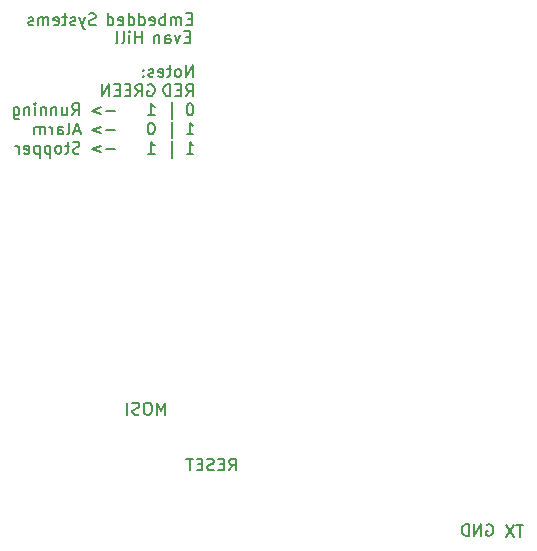
<source format=gbr>
%TF.GenerationSoftware,KiCad,Pcbnew,(7.0.0)*%
%TF.CreationDate,2023-05-03T17:51:17-06:00*%
%TF.ProjectId,Phase_B_Proto,50686173-655f-4425-9f50-726f746f2e6b,rev?*%
%TF.SameCoordinates,Original*%
%TF.FileFunction,Legend,Bot*%
%TF.FilePolarity,Positive*%
%FSLAX46Y46*%
G04 Gerber Fmt 4.6, Leading zero omitted, Abs format (unit mm)*
G04 Created by KiCad (PCBNEW (7.0.0)) date 2023-05-03 17:51:17*
%MOMM*%
%LPD*%
G01*
G04 APERTURE LIST*
%ADD10C,0.150000*%
G04 APERTURE END LIST*
D10*
X159781904Y-93609980D02*
X159781904Y-92609980D01*
X159781904Y-92609980D02*
X159448571Y-93324266D01*
X159448571Y-93324266D02*
X159115238Y-92609980D01*
X159115238Y-92609980D02*
X159115238Y-93609980D01*
X158448571Y-92609980D02*
X158258095Y-92609980D01*
X158258095Y-92609980D02*
X158162857Y-92657600D01*
X158162857Y-92657600D02*
X158067619Y-92752838D01*
X158067619Y-92752838D02*
X158020000Y-92943314D01*
X158020000Y-92943314D02*
X158020000Y-93276647D01*
X158020000Y-93276647D02*
X158067619Y-93467123D01*
X158067619Y-93467123D02*
X158162857Y-93562361D01*
X158162857Y-93562361D02*
X158258095Y-93609980D01*
X158258095Y-93609980D02*
X158448571Y-93609980D01*
X158448571Y-93609980D02*
X158543809Y-93562361D01*
X158543809Y-93562361D02*
X158639047Y-93467123D01*
X158639047Y-93467123D02*
X158686666Y-93276647D01*
X158686666Y-93276647D02*
X158686666Y-92943314D01*
X158686666Y-92943314D02*
X158639047Y-92752838D01*
X158639047Y-92752838D02*
X158543809Y-92657600D01*
X158543809Y-92657600D02*
X158448571Y-92609980D01*
X157639047Y-93562361D02*
X157496190Y-93609980D01*
X157496190Y-93609980D02*
X157258095Y-93609980D01*
X157258095Y-93609980D02*
X157162857Y-93562361D01*
X157162857Y-93562361D02*
X157115238Y-93514742D01*
X157115238Y-93514742D02*
X157067619Y-93419504D01*
X157067619Y-93419504D02*
X157067619Y-93324266D01*
X157067619Y-93324266D02*
X157115238Y-93229028D01*
X157115238Y-93229028D02*
X157162857Y-93181409D01*
X157162857Y-93181409D02*
X157258095Y-93133790D01*
X157258095Y-93133790D02*
X157448571Y-93086171D01*
X157448571Y-93086171D02*
X157543809Y-93038552D01*
X157543809Y-93038552D02*
X157591428Y-92990933D01*
X157591428Y-92990933D02*
X157639047Y-92895695D01*
X157639047Y-92895695D02*
X157639047Y-92800457D01*
X157639047Y-92800457D02*
X157591428Y-92705219D01*
X157591428Y-92705219D02*
X157543809Y-92657600D01*
X157543809Y-92657600D02*
X157448571Y-92609980D01*
X157448571Y-92609980D02*
X157210476Y-92609980D01*
X157210476Y-92609980D02*
X157067619Y-92657600D01*
X156639047Y-93609980D02*
X156639047Y-92609980D01*
X165255676Y-98334380D02*
X165589009Y-97858190D01*
X165827104Y-98334380D02*
X165827104Y-97334380D01*
X165827104Y-97334380D02*
X165446152Y-97334380D01*
X165446152Y-97334380D02*
X165350914Y-97382000D01*
X165350914Y-97382000D02*
X165303295Y-97429619D01*
X165303295Y-97429619D02*
X165255676Y-97524857D01*
X165255676Y-97524857D02*
X165255676Y-97667714D01*
X165255676Y-97667714D02*
X165303295Y-97762952D01*
X165303295Y-97762952D02*
X165350914Y-97810571D01*
X165350914Y-97810571D02*
X165446152Y-97858190D01*
X165446152Y-97858190D02*
X165827104Y-97858190D01*
X164827104Y-97810571D02*
X164493771Y-97810571D01*
X164350914Y-98334380D02*
X164827104Y-98334380D01*
X164827104Y-98334380D02*
X164827104Y-97334380D01*
X164827104Y-97334380D02*
X164350914Y-97334380D01*
X163969961Y-98286761D02*
X163827104Y-98334380D01*
X163827104Y-98334380D02*
X163589009Y-98334380D01*
X163589009Y-98334380D02*
X163493771Y-98286761D01*
X163493771Y-98286761D02*
X163446152Y-98239142D01*
X163446152Y-98239142D02*
X163398533Y-98143904D01*
X163398533Y-98143904D02*
X163398533Y-98048666D01*
X163398533Y-98048666D02*
X163446152Y-97953428D01*
X163446152Y-97953428D02*
X163493771Y-97905809D01*
X163493771Y-97905809D02*
X163589009Y-97858190D01*
X163589009Y-97858190D02*
X163779485Y-97810571D01*
X163779485Y-97810571D02*
X163874723Y-97762952D01*
X163874723Y-97762952D02*
X163922342Y-97715333D01*
X163922342Y-97715333D02*
X163969961Y-97620095D01*
X163969961Y-97620095D02*
X163969961Y-97524857D01*
X163969961Y-97524857D02*
X163922342Y-97429619D01*
X163922342Y-97429619D02*
X163874723Y-97382000D01*
X163874723Y-97382000D02*
X163779485Y-97334380D01*
X163779485Y-97334380D02*
X163541390Y-97334380D01*
X163541390Y-97334380D02*
X163398533Y-97382000D01*
X162969961Y-97810571D02*
X162636628Y-97810571D01*
X162493771Y-98334380D02*
X162969961Y-98334380D01*
X162969961Y-98334380D02*
X162969961Y-97334380D01*
X162969961Y-97334380D02*
X162493771Y-97334380D01*
X162208056Y-97334380D02*
X161636628Y-97334380D01*
X161922342Y-98334380D02*
X161922342Y-97334380D01*
X190150761Y-102973180D02*
X189579333Y-102973180D01*
X189865047Y-103973180D02*
X189865047Y-102973180D01*
X189341237Y-102973180D02*
X188674571Y-103973180D01*
X188674571Y-102973180D02*
X189341237Y-103973180D01*
X187045695Y-102919200D02*
X187140933Y-102871580D01*
X187140933Y-102871580D02*
X187283790Y-102871580D01*
X187283790Y-102871580D02*
X187426647Y-102919200D01*
X187426647Y-102919200D02*
X187521885Y-103014438D01*
X187521885Y-103014438D02*
X187569504Y-103109676D01*
X187569504Y-103109676D02*
X187617123Y-103300152D01*
X187617123Y-103300152D02*
X187617123Y-103443009D01*
X187617123Y-103443009D02*
X187569504Y-103633485D01*
X187569504Y-103633485D02*
X187521885Y-103728723D01*
X187521885Y-103728723D02*
X187426647Y-103823961D01*
X187426647Y-103823961D02*
X187283790Y-103871580D01*
X187283790Y-103871580D02*
X187188552Y-103871580D01*
X187188552Y-103871580D02*
X187045695Y-103823961D01*
X187045695Y-103823961D02*
X186998076Y-103776342D01*
X186998076Y-103776342D02*
X186998076Y-103443009D01*
X186998076Y-103443009D02*
X187188552Y-103443009D01*
X186569504Y-103871580D02*
X186569504Y-102871580D01*
X186569504Y-102871580D02*
X185998076Y-103871580D01*
X185998076Y-103871580D02*
X185998076Y-102871580D01*
X185521885Y-103871580D02*
X185521885Y-102871580D01*
X185521885Y-102871580D02*
X185283790Y-102871580D01*
X185283790Y-102871580D02*
X185140933Y-102919200D01*
X185140933Y-102919200D02*
X185045695Y-103014438D01*
X185045695Y-103014438D02*
X184998076Y-103109676D01*
X184998076Y-103109676D02*
X184950457Y-103300152D01*
X184950457Y-103300152D02*
X184950457Y-103443009D01*
X184950457Y-103443009D02*
X184998076Y-103633485D01*
X184998076Y-103633485D02*
X185045695Y-103728723D01*
X185045695Y-103728723D02*
X185140933Y-103823961D01*
X185140933Y-103823961D02*
X185283790Y-103871580D01*
X185283790Y-103871580D02*
X185521885Y-103871580D01*
X162169504Y-65031980D02*
X162169504Y-64031980D01*
X162169504Y-64031980D02*
X161598076Y-65031980D01*
X161598076Y-65031980D02*
X161598076Y-64031980D01*
X160979028Y-65031980D02*
X161074266Y-64984361D01*
X161074266Y-64984361D02*
X161121885Y-64936742D01*
X161121885Y-64936742D02*
X161169504Y-64841504D01*
X161169504Y-64841504D02*
X161169504Y-64555790D01*
X161169504Y-64555790D02*
X161121885Y-64460552D01*
X161121885Y-64460552D02*
X161074266Y-64412933D01*
X161074266Y-64412933D02*
X160979028Y-64365314D01*
X160979028Y-64365314D02*
X160836171Y-64365314D01*
X160836171Y-64365314D02*
X160740933Y-64412933D01*
X160740933Y-64412933D02*
X160693314Y-64460552D01*
X160693314Y-64460552D02*
X160645695Y-64555790D01*
X160645695Y-64555790D02*
X160645695Y-64841504D01*
X160645695Y-64841504D02*
X160693314Y-64936742D01*
X160693314Y-64936742D02*
X160740933Y-64984361D01*
X160740933Y-64984361D02*
X160836171Y-65031980D01*
X160836171Y-65031980D02*
X160979028Y-65031980D01*
X160359980Y-64365314D02*
X159979028Y-64365314D01*
X160217123Y-64031980D02*
X160217123Y-64889123D01*
X160217123Y-64889123D02*
X160169504Y-64984361D01*
X160169504Y-64984361D02*
X160074266Y-65031980D01*
X160074266Y-65031980D02*
X159979028Y-65031980D01*
X159264742Y-64984361D02*
X159359980Y-65031980D01*
X159359980Y-65031980D02*
X159550456Y-65031980D01*
X159550456Y-65031980D02*
X159645694Y-64984361D01*
X159645694Y-64984361D02*
X159693313Y-64889123D01*
X159693313Y-64889123D02*
X159693313Y-64508171D01*
X159693313Y-64508171D02*
X159645694Y-64412933D01*
X159645694Y-64412933D02*
X159550456Y-64365314D01*
X159550456Y-64365314D02*
X159359980Y-64365314D01*
X159359980Y-64365314D02*
X159264742Y-64412933D01*
X159264742Y-64412933D02*
X159217123Y-64508171D01*
X159217123Y-64508171D02*
X159217123Y-64603409D01*
X159217123Y-64603409D02*
X159693313Y-64698647D01*
X158836170Y-64984361D02*
X158740932Y-65031980D01*
X158740932Y-65031980D02*
X158550456Y-65031980D01*
X158550456Y-65031980D02*
X158455218Y-64984361D01*
X158455218Y-64984361D02*
X158407599Y-64889123D01*
X158407599Y-64889123D02*
X158407599Y-64841504D01*
X158407599Y-64841504D02*
X158455218Y-64746266D01*
X158455218Y-64746266D02*
X158550456Y-64698647D01*
X158550456Y-64698647D02*
X158693313Y-64698647D01*
X158693313Y-64698647D02*
X158788551Y-64651028D01*
X158788551Y-64651028D02*
X158836170Y-64555790D01*
X158836170Y-64555790D02*
X158836170Y-64508171D01*
X158836170Y-64508171D02*
X158788551Y-64412933D01*
X158788551Y-64412933D02*
X158693313Y-64365314D01*
X158693313Y-64365314D02*
X158550456Y-64365314D01*
X158550456Y-64365314D02*
X158455218Y-64412933D01*
X157979027Y-64936742D02*
X157931408Y-64984361D01*
X157931408Y-64984361D02*
X157979027Y-65031980D01*
X157979027Y-65031980D02*
X158026646Y-64984361D01*
X158026646Y-64984361D02*
X157979027Y-64936742D01*
X157979027Y-64936742D02*
X157979027Y-65031980D01*
X157979027Y-64412933D02*
X157931408Y-64460552D01*
X157931408Y-64460552D02*
X157979027Y-64508171D01*
X157979027Y-64508171D02*
X158026646Y-64460552D01*
X158026646Y-64460552D02*
X157979027Y-64412933D01*
X157979027Y-64412933D02*
X157979027Y-64508171D01*
X161598076Y-66651980D02*
X161931409Y-66175790D01*
X162169504Y-66651980D02*
X162169504Y-65651980D01*
X162169504Y-65651980D02*
X161788552Y-65651980D01*
X161788552Y-65651980D02*
X161693314Y-65699600D01*
X161693314Y-65699600D02*
X161645695Y-65747219D01*
X161645695Y-65747219D02*
X161598076Y-65842457D01*
X161598076Y-65842457D02*
X161598076Y-65985314D01*
X161598076Y-65985314D02*
X161645695Y-66080552D01*
X161645695Y-66080552D02*
X161693314Y-66128171D01*
X161693314Y-66128171D02*
X161788552Y-66175790D01*
X161788552Y-66175790D02*
X162169504Y-66175790D01*
X161169504Y-66128171D02*
X160836171Y-66128171D01*
X160693314Y-66651980D02*
X161169504Y-66651980D01*
X161169504Y-66651980D02*
X161169504Y-65651980D01*
X161169504Y-65651980D02*
X160693314Y-65651980D01*
X160264742Y-66651980D02*
X160264742Y-65651980D01*
X160264742Y-65651980D02*
X160026647Y-65651980D01*
X160026647Y-65651980D02*
X159883790Y-65699600D01*
X159883790Y-65699600D02*
X159788552Y-65794838D01*
X159788552Y-65794838D02*
X159740933Y-65890076D01*
X159740933Y-65890076D02*
X159693314Y-66080552D01*
X159693314Y-66080552D02*
X159693314Y-66223409D01*
X159693314Y-66223409D02*
X159740933Y-66413885D01*
X159740933Y-66413885D02*
X159788552Y-66509123D01*
X159788552Y-66509123D02*
X159883790Y-66604361D01*
X159883790Y-66604361D02*
X160026647Y-66651980D01*
X160026647Y-66651980D02*
X160264742Y-66651980D01*
X158365695Y-65699600D02*
X158460933Y-65651980D01*
X158460933Y-65651980D02*
X158603790Y-65651980D01*
X158603790Y-65651980D02*
X158746647Y-65699600D01*
X158746647Y-65699600D02*
X158841885Y-65794838D01*
X158841885Y-65794838D02*
X158889504Y-65890076D01*
X158889504Y-65890076D02*
X158937123Y-66080552D01*
X158937123Y-66080552D02*
X158937123Y-66223409D01*
X158937123Y-66223409D02*
X158889504Y-66413885D01*
X158889504Y-66413885D02*
X158841885Y-66509123D01*
X158841885Y-66509123D02*
X158746647Y-66604361D01*
X158746647Y-66604361D02*
X158603790Y-66651980D01*
X158603790Y-66651980D02*
X158508552Y-66651980D01*
X158508552Y-66651980D02*
X158365695Y-66604361D01*
X158365695Y-66604361D02*
X158318076Y-66556742D01*
X158318076Y-66556742D02*
X158318076Y-66223409D01*
X158318076Y-66223409D02*
X158508552Y-66223409D01*
X157318076Y-66651980D02*
X157651409Y-66175790D01*
X157889504Y-66651980D02*
X157889504Y-65651980D01*
X157889504Y-65651980D02*
X157508552Y-65651980D01*
X157508552Y-65651980D02*
X157413314Y-65699600D01*
X157413314Y-65699600D02*
X157365695Y-65747219D01*
X157365695Y-65747219D02*
X157318076Y-65842457D01*
X157318076Y-65842457D02*
X157318076Y-65985314D01*
X157318076Y-65985314D02*
X157365695Y-66080552D01*
X157365695Y-66080552D02*
X157413314Y-66128171D01*
X157413314Y-66128171D02*
X157508552Y-66175790D01*
X157508552Y-66175790D02*
X157889504Y-66175790D01*
X156889504Y-66128171D02*
X156556171Y-66128171D01*
X156413314Y-66651980D02*
X156889504Y-66651980D01*
X156889504Y-66651980D02*
X156889504Y-65651980D01*
X156889504Y-65651980D02*
X156413314Y-65651980D01*
X155984742Y-66128171D02*
X155651409Y-66128171D01*
X155508552Y-66651980D02*
X155984742Y-66651980D01*
X155984742Y-66651980D02*
X155984742Y-65651980D01*
X155984742Y-65651980D02*
X155508552Y-65651980D01*
X155079980Y-66651980D02*
X155079980Y-65651980D01*
X155079980Y-65651980D02*
X154508552Y-66651980D01*
X154508552Y-66651980D02*
X154508552Y-65651980D01*
X161979028Y-67271980D02*
X161883790Y-67271980D01*
X161883790Y-67271980D02*
X161788552Y-67319600D01*
X161788552Y-67319600D02*
X161740933Y-67367219D01*
X161740933Y-67367219D02*
X161693314Y-67462457D01*
X161693314Y-67462457D02*
X161645695Y-67652933D01*
X161645695Y-67652933D02*
X161645695Y-67891028D01*
X161645695Y-67891028D02*
X161693314Y-68081504D01*
X161693314Y-68081504D02*
X161740933Y-68176742D01*
X161740933Y-68176742D02*
X161788552Y-68224361D01*
X161788552Y-68224361D02*
X161883790Y-68271980D01*
X161883790Y-68271980D02*
X161979028Y-68271980D01*
X161979028Y-68271980D02*
X162074266Y-68224361D01*
X162074266Y-68224361D02*
X162121885Y-68176742D01*
X162121885Y-68176742D02*
X162169504Y-68081504D01*
X162169504Y-68081504D02*
X162217123Y-67891028D01*
X162217123Y-67891028D02*
X162217123Y-67652933D01*
X162217123Y-67652933D02*
X162169504Y-67462457D01*
X162169504Y-67462457D02*
X162121885Y-67367219D01*
X162121885Y-67367219D02*
X162074266Y-67319600D01*
X162074266Y-67319600D02*
X161979028Y-67271980D01*
X160379028Y-68605314D02*
X160379028Y-67176742D01*
X158365695Y-68271980D02*
X158937123Y-68271980D01*
X158651409Y-68271980D02*
X158651409Y-67271980D01*
X158651409Y-67271980D02*
X158746647Y-67414838D01*
X158746647Y-67414838D02*
X158841885Y-67510076D01*
X158841885Y-67510076D02*
X158937123Y-67557695D01*
X155609504Y-67891028D02*
X154847600Y-67891028D01*
X154371409Y-67605314D02*
X153609505Y-67891028D01*
X153609505Y-67891028D02*
X154371409Y-68176742D01*
X151961886Y-68271980D02*
X152295219Y-67795790D01*
X152533314Y-68271980D02*
X152533314Y-67271980D01*
X152533314Y-67271980D02*
X152152362Y-67271980D01*
X152152362Y-67271980D02*
X152057124Y-67319600D01*
X152057124Y-67319600D02*
X152009505Y-67367219D01*
X152009505Y-67367219D02*
X151961886Y-67462457D01*
X151961886Y-67462457D02*
X151961886Y-67605314D01*
X151961886Y-67605314D02*
X152009505Y-67700552D01*
X152009505Y-67700552D02*
X152057124Y-67748171D01*
X152057124Y-67748171D02*
X152152362Y-67795790D01*
X152152362Y-67795790D02*
X152533314Y-67795790D01*
X151104743Y-67605314D02*
X151104743Y-68271980D01*
X151533314Y-67605314D02*
X151533314Y-68129123D01*
X151533314Y-68129123D02*
X151485695Y-68224361D01*
X151485695Y-68224361D02*
X151390457Y-68271980D01*
X151390457Y-68271980D02*
X151247600Y-68271980D01*
X151247600Y-68271980D02*
X151152362Y-68224361D01*
X151152362Y-68224361D02*
X151104743Y-68176742D01*
X150628552Y-67605314D02*
X150628552Y-68271980D01*
X150628552Y-67700552D02*
X150580933Y-67652933D01*
X150580933Y-67652933D02*
X150485695Y-67605314D01*
X150485695Y-67605314D02*
X150342838Y-67605314D01*
X150342838Y-67605314D02*
X150247600Y-67652933D01*
X150247600Y-67652933D02*
X150199981Y-67748171D01*
X150199981Y-67748171D02*
X150199981Y-68271980D01*
X149723790Y-67605314D02*
X149723790Y-68271980D01*
X149723790Y-67700552D02*
X149676171Y-67652933D01*
X149676171Y-67652933D02*
X149580933Y-67605314D01*
X149580933Y-67605314D02*
X149438076Y-67605314D01*
X149438076Y-67605314D02*
X149342838Y-67652933D01*
X149342838Y-67652933D02*
X149295219Y-67748171D01*
X149295219Y-67748171D02*
X149295219Y-68271980D01*
X148819028Y-68271980D02*
X148819028Y-67605314D01*
X148819028Y-67271980D02*
X148866647Y-67319600D01*
X148866647Y-67319600D02*
X148819028Y-67367219D01*
X148819028Y-67367219D02*
X148771409Y-67319600D01*
X148771409Y-67319600D02*
X148819028Y-67271980D01*
X148819028Y-67271980D02*
X148819028Y-67367219D01*
X148342838Y-67605314D02*
X148342838Y-68271980D01*
X148342838Y-67700552D02*
X148295219Y-67652933D01*
X148295219Y-67652933D02*
X148199981Y-67605314D01*
X148199981Y-67605314D02*
X148057124Y-67605314D01*
X148057124Y-67605314D02*
X147961886Y-67652933D01*
X147961886Y-67652933D02*
X147914267Y-67748171D01*
X147914267Y-67748171D02*
X147914267Y-68271980D01*
X147009505Y-67605314D02*
X147009505Y-68414838D01*
X147009505Y-68414838D02*
X147057124Y-68510076D01*
X147057124Y-68510076D02*
X147104743Y-68557695D01*
X147104743Y-68557695D02*
X147199981Y-68605314D01*
X147199981Y-68605314D02*
X147342838Y-68605314D01*
X147342838Y-68605314D02*
X147438076Y-68557695D01*
X147009505Y-68224361D02*
X147104743Y-68271980D01*
X147104743Y-68271980D02*
X147295219Y-68271980D01*
X147295219Y-68271980D02*
X147390457Y-68224361D01*
X147390457Y-68224361D02*
X147438076Y-68176742D01*
X147438076Y-68176742D02*
X147485695Y-68081504D01*
X147485695Y-68081504D02*
X147485695Y-67795790D01*
X147485695Y-67795790D02*
X147438076Y-67700552D01*
X147438076Y-67700552D02*
X147390457Y-67652933D01*
X147390457Y-67652933D02*
X147295219Y-67605314D01*
X147295219Y-67605314D02*
X147104743Y-67605314D01*
X147104743Y-67605314D02*
X147009505Y-67652933D01*
X161645695Y-69891980D02*
X162217123Y-69891980D01*
X161931409Y-69891980D02*
X161931409Y-68891980D01*
X161931409Y-68891980D02*
X162026647Y-69034838D01*
X162026647Y-69034838D02*
X162121885Y-69130076D01*
X162121885Y-69130076D02*
X162217123Y-69177695D01*
X160379028Y-70225314D02*
X160379028Y-68796742D01*
X158699028Y-68891980D02*
X158603790Y-68891980D01*
X158603790Y-68891980D02*
X158508552Y-68939600D01*
X158508552Y-68939600D02*
X158460933Y-68987219D01*
X158460933Y-68987219D02*
X158413314Y-69082457D01*
X158413314Y-69082457D02*
X158365695Y-69272933D01*
X158365695Y-69272933D02*
X158365695Y-69511028D01*
X158365695Y-69511028D02*
X158413314Y-69701504D01*
X158413314Y-69701504D02*
X158460933Y-69796742D01*
X158460933Y-69796742D02*
X158508552Y-69844361D01*
X158508552Y-69844361D02*
X158603790Y-69891980D01*
X158603790Y-69891980D02*
X158699028Y-69891980D01*
X158699028Y-69891980D02*
X158794266Y-69844361D01*
X158794266Y-69844361D02*
X158841885Y-69796742D01*
X158841885Y-69796742D02*
X158889504Y-69701504D01*
X158889504Y-69701504D02*
X158937123Y-69511028D01*
X158937123Y-69511028D02*
X158937123Y-69272933D01*
X158937123Y-69272933D02*
X158889504Y-69082457D01*
X158889504Y-69082457D02*
X158841885Y-68987219D01*
X158841885Y-68987219D02*
X158794266Y-68939600D01*
X158794266Y-68939600D02*
X158699028Y-68891980D01*
X155609504Y-69511028D02*
X154847600Y-69511028D01*
X154371409Y-69225314D02*
X153609505Y-69511028D01*
X153609505Y-69511028D02*
X154371409Y-69796742D01*
X152580933Y-69606266D02*
X152104743Y-69606266D01*
X152676171Y-69891980D02*
X152342838Y-68891980D01*
X152342838Y-68891980D02*
X152009505Y-69891980D01*
X151533314Y-69891980D02*
X151628552Y-69844361D01*
X151628552Y-69844361D02*
X151676171Y-69749123D01*
X151676171Y-69749123D02*
X151676171Y-68891980D01*
X150723790Y-69891980D02*
X150723790Y-69368171D01*
X150723790Y-69368171D02*
X150771409Y-69272933D01*
X150771409Y-69272933D02*
X150866647Y-69225314D01*
X150866647Y-69225314D02*
X151057123Y-69225314D01*
X151057123Y-69225314D02*
X151152361Y-69272933D01*
X150723790Y-69844361D02*
X150819028Y-69891980D01*
X150819028Y-69891980D02*
X151057123Y-69891980D01*
X151057123Y-69891980D02*
X151152361Y-69844361D01*
X151152361Y-69844361D02*
X151199980Y-69749123D01*
X151199980Y-69749123D02*
X151199980Y-69653885D01*
X151199980Y-69653885D02*
X151152361Y-69558647D01*
X151152361Y-69558647D02*
X151057123Y-69511028D01*
X151057123Y-69511028D02*
X150819028Y-69511028D01*
X150819028Y-69511028D02*
X150723790Y-69463409D01*
X150247599Y-69891980D02*
X150247599Y-69225314D01*
X150247599Y-69415790D02*
X150199980Y-69320552D01*
X150199980Y-69320552D02*
X150152361Y-69272933D01*
X150152361Y-69272933D02*
X150057123Y-69225314D01*
X150057123Y-69225314D02*
X149961885Y-69225314D01*
X149628551Y-69891980D02*
X149628551Y-69225314D01*
X149628551Y-69320552D02*
X149580932Y-69272933D01*
X149580932Y-69272933D02*
X149485694Y-69225314D01*
X149485694Y-69225314D02*
X149342837Y-69225314D01*
X149342837Y-69225314D02*
X149247599Y-69272933D01*
X149247599Y-69272933D02*
X149199980Y-69368171D01*
X149199980Y-69368171D02*
X149199980Y-69891980D01*
X149199980Y-69368171D02*
X149152361Y-69272933D01*
X149152361Y-69272933D02*
X149057123Y-69225314D01*
X149057123Y-69225314D02*
X148914266Y-69225314D01*
X148914266Y-69225314D02*
X148819027Y-69272933D01*
X148819027Y-69272933D02*
X148771408Y-69368171D01*
X148771408Y-69368171D02*
X148771408Y-69891980D01*
X161645695Y-71511980D02*
X162217123Y-71511980D01*
X161931409Y-71511980D02*
X161931409Y-70511980D01*
X161931409Y-70511980D02*
X162026647Y-70654838D01*
X162026647Y-70654838D02*
X162121885Y-70750076D01*
X162121885Y-70750076D02*
X162217123Y-70797695D01*
X160379028Y-71845314D02*
X160379028Y-70416742D01*
X158365695Y-71511980D02*
X158937123Y-71511980D01*
X158651409Y-71511980D02*
X158651409Y-70511980D01*
X158651409Y-70511980D02*
X158746647Y-70654838D01*
X158746647Y-70654838D02*
X158841885Y-70750076D01*
X158841885Y-70750076D02*
X158937123Y-70797695D01*
X155609504Y-71131028D02*
X154847600Y-71131028D01*
X154371409Y-70845314D02*
X153609505Y-71131028D01*
X153609505Y-71131028D02*
X154371409Y-71416742D01*
X152580933Y-71464361D02*
X152438076Y-71511980D01*
X152438076Y-71511980D02*
X152199981Y-71511980D01*
X152199981Y-71511980D02*
X152104743Y-71464361D01*
X152104743Y-71464361D02*
X152057124Y-71416742D01*
X152057124Y-71416742D02*
X152009505Y-71321504D01*
X152009505Y-71321504D02*
X152009505Y-71226266D01*
X152009505Y-71226266D02*
X152057124Y-71131028D01*
X152057124Y-71131028D02*
X152104743Y-71083409D01*
X152104743Y-71083409D02*
X152199981Y-71035790D01*
X152199981Y-71035790D02*
X152390457Y-70988171D01*
X152390457Y-70988171D02*
X152485695Y-70940552D01*
X152485695Y-70940552D02*
X152533314Y-70892933D01*
X152533314Y-70892933D02*
X152580933Y-70797695D01*
X152580933Y-70797695D02*
X152580933Y-70702457D01*
X152580933Y-70702457D02*
X152533314Y-70607219D01*
X152533314Y-70607219D02*
X152485695Y-70559600D01*
X152485695Y-70559600D02*
X152390457Y-70511980D01*
X152390457Y-70511980D02*
X152152362Y-70511980D01*
X152152362Y-70511980D02*
X152009505Y-70559600D01*
X151723790Y-70845314D02*
X151342838Y-70845314D01*
X151580933Y-70511980D02*
X151580933Y-71369123D01*
X151580933Y-71369123D02*
X151533314Y-71464361D01*
X151533314Y-71464361D02*
X151438076Y-71511980D01*
X151438076Y-71511980D02*
X151342838Y-71511980D01*
X150866647Y-71511980D02*
X150961885Y-71464361D01*
X150961885Y-71464361D02*
X151009504Y-71416742D01*
X151009504Y-71416742D02*
X151057123Y-71321504D01*
X151057123Y-71321504D02*
X151057123Y-71035790D01*
X151057123Y-71035790D02*
X151009504Y-70940552D01*
X151009504Y-70940552D02*
X150961885Y-70892933D01*
X150961885Y-70892933D02*
X150866647Y-70845314D01*
X150866647Y-70845314D02*
X150723790Y-70845314D01*
X150723790Y-70845314D02*
X150628552Y-70892933D01*
X150628552Y-70892933D02*
X150580933Y-70940552D01*
X150580933Y-70940552D02*
X150533314Y-71035790D01*
X150533314Y-71035790D02*
X150533314Y-71321504D01*
X150533314Y-71321504D02*
X150580933Y-71416742D01*
X150580933Y-71416742D02*
X150628552Y-71464361D01*
X150628552Y-71464361D02*
X150723790Y-71511980D01*
X150723790Y-71511980D02*
X150866647Y-71511980D01*
X150104742Y-70845314D02*
X150104742Y-71845314D01*
X150104742Y-70892933D02*
X150009504Y-70845314D01*
X150009504Y-70845314D02*
X149819028Y-70845314D01*
X149819028Y-70845314D02*
X149723790Y-70892933D01*
X149723790Y-70892933D02*
X149676171Y-70940552D01*
X149676171Y-70940552D02*
X149628552Y-71035790D01*
X149628552Y-71035790D02*
X149628552Y-71321504D01*
X149628552Y-71321504D02*
X149676171Y-71416742D01*
X149676171Y-71416742D02*
X149723790Y-71464361D01*
X149723790Y-71464361D02*
X149819028Y-71511980D01*
X149819028Y-71511980D02*
X150009504Y-71511980D01*
X150009504Y-71511980D02*
X150104742Y-71464361D01*
X149199980Y-70845314D02*
X149199980Y-71845314D01*
X149199980Y-70892933D02*
X149104742Y-70845314D01*
X149104742Y-70845314D02*
X148914266Y-70845314D01*
X148914266Y-70845314D02*
X148819028Y-70892933D01*
X148819028Y-70892933D02*
X148771409Y-70940552D01*
X148771409Y-70940552D02*
X148723790Y-71035790D01*
X148723790Y-71035790D02*
X148723790Y-71321504D01*
X148723790Y-71321504D02*
X148771409Y-71416742D01*
X148771409Y-71416742D02*
X148819028Y-71464361D01*
X148819028Y-71464361D02*
X148914266Y-71511980D01*
X148914266Y-71511980D02*
X149104742Y-71511980D01*
X149104742Y-71511980D02*
X149199980Y-71464361D01*
X147914266Y-71464361D02*
X148009504Y-71511980D01*
X148009504Y-71511980D02*
X148199980Y-71511980D01*
X148199980Y-71511980D02*
X148295218Y-71464361D01*
X148295218Y-71464361D02*
X148342837Y-71369123D01*
X148342837Y-71369123D02*
X148342837Y-70988171D01*
X148342837Y-70988171D02*
X148295218Y-70892933D01*
X148295218Y-70892933D02*
X148199980Y-70845314D01*
X148199980Y-70845314D02*
X148009504Y-70845314D01*
X148009504Y-70845314D02*
X147914266Y-70892933D01*
X147914266Y-70892933D02*
X147866647Y-70988171D01*
X147866647Y-70988171D02*
X147866647Y-71083409D01*
X147866647Y-71083409D02*
X148342837Y-71178647D01*
X147438075Y-71511980D02*
X147438075Y-70845314D01*
X147438075Y-71035790D02*
X147390456Y-70940552D01*
X147390456Y-70940552D02*
X147342837Y-70892933D01*
X147342837Y-70892933D02*
X147247599Y-70845314D01*
X147247599Y-70845314D02*
X147152361Y-70845314D01*
X161915504Y-61640971D02*
X161582171Y-61640971D01*
X161439314Y-62164780D02*
X161915504Y-62164780D01*
X161915504Y-62164780D02*
X161915504Y-61164780D01*
X161915504Y-61164780D02*
X161439314Y-61164780D01*
X161105980Y-61498114D02*
X160867885Y-62164780D01*
X160867885Y-62164780D02*
X160629790Y-61498114D01*
X159820266Y-62164780D02*
X159820266Y-61640971D01*
X159820266Y-61640971D02*
X159867885Y-61545733D01*
X159867885Y-61545733D02*
X159963123Y-61498114D01*
X159963123Y-61498114D02*
X160153599Y-61498114D01*
X160153599Y-61498114D02*
X160248837Y-61545733D01*
X159820266Y-62117161D02*
X159915504Y-62164780D01*
X159915504Y-62164780D02*
X160153599Y-62164780D01*
X160153599Y-62164780D02*
X160248837Y-62117161D01*
X160248837Y-62117161D02*
X160296456Y-62021923D01*
X160296456Y-62021923D02*
X160296456Y-61926685D01*
X160296456Y-61926685D02*
X160248837Y-61831447D01*
X160248837Y-61831447D02*
X160153599Y-61783828D01*
X160153599Y-61783828D02*
X159915504Y-61783828D01*
X159915504Y-61783828D02*
X159820266Y-61736209D01*
X159344075Y-61498114D02*
X159344075Y-62164780D01*
X159344075Y-61593352D02*
X159296456Y-61545733D01*
X159296456Y-61545733D02*
X159201218Y-61498114D01*
X159201218Y-61498114D02*
X159058361Y-61498114D01*
X159058361Y-61498114D02*
X158963123Y-61545733D01*
X158963123Y-61545733D02*
X158915504Y-61640971D01*
X158915504Y-61640971D02*
X158915504Y-62164780D01*
X157839313Y-62164780D02*
X157839313Y-61164780D01*
X157839313Y-61640971D02*
X157267885Y-61640971D01*
X157267885Y-62164780D02*
X157267885Y-61164780D01*
X156791694Y-62164780D02*
X156791694Y-61498114D01*
X156791694Y-61164780D02*
X156839313Y-61212400D01*
X156839313Y-61212400D02*
X156791694Y-61260019D01*
X156791694Y-61260019D02*
X156744075Y-61212400D01*
X156744075Y-61212400D02*
X156791694Y-61164780D01*
X156791694Y-61164780D02*
X156791694Y-61260019D01*
X156172647Y-62164780D02*
X156267885Y-62117161D01*
X156267885Y-62117161D02*
X156315504Y-62021923D01*
X156315504Y-62021923D02*
X156315504Y-61164780D01*
X155648837Y-62164780D02*
X155744075Y-62117161D01*
X155744075Y-62117161D02*
X155791694Y-62021923D01*
X155791694Y-62021923D02*
X155791694Y-61164780D01*
X162067904Y-60116971D02*
X161734571Y-60116971D01*
X161591714Y-60640780D02*
X162067904Y-60640780D01*
X162067904Y-60640780D02*
X162067904Y-59640780D01*
X162067904Y-59640780D02*
X161591714Y-59640780D01*
X161163142Y-60640780D02*
X161163142Y-59974114D01*
X161163142Y-60069352D02*
X161115523Y-60021733D01*
X161115523Y-60021733D02*
X161020285Y-59974114D01*
X161020285Y-59974114D02*
X160877428Y-59974114D01*
X160877428Y-59974114D02*
X160782190Y-60021733D01*
X160782190Y-60021733D02*
X160734571Y-60116971D01*
X160734571Y-60116971D02*
X160734571Y-60640780D01*
X160734571Y-60116971D02*
X160686952Y-60021733D01*
X160686952Y-60021733D02*
X160591714Y-59974114D01*
X160591714Y-59974114D02*
X160448857Y-59974114D01*
X160448857Y-59974114D02*
X160353618Y-60021733D01*
X160353618Y-60021733D02*
X160305999Y-60116971D01*
X160305999Y-60116971D02*
X160305999Y-60640780D01*
X159829809Y-60640780D02*
X159829809Y-59640780D01*
X159829809Y-60021733D02*
X159734571Y-59974114D01*
X159734571Y-59974114D02*
X159544095Y-59974114D01*
X159544095Y-59974114D02*
X159448857Y-60021733D01*
X159448857Y-60021733D02*
X159401238Y-60069352D01*
X159401238Y-60069352D02*
X159353619Y-60164590D01*
X159353619Y-60164590D02*
X159353619Y-60450304D01*
X159353619Y-60450304D02*
X159401238Y-60545542D01*
X159401238Y-60545542D02*
X159448857Y-60593161D01*
X159448857Y-60593161D02*
X159544095Y-60640780D01*
X159544095Y-60640780D02*
X159734571Y-60640780D01*
X159734571Y-60640780D02*
X159829809Y-60593161D01*
X158544095Y-60593161D02*
X158639333Y-60640780D01*
X158639333Y-60640780D02*
X158829809Y-60640780D01*
X158829809Y-60640780D02*
X158925047Y-60593161D01*
X158925047Y-60593161D02*
X158972666Y-60497923D01*
X158972666Y-60497923D02*
X158972666Y-60116971D01*
X158972666Y-60116971D02*
X158925047Y-60021733D01*
X158925047Y-60021733D02*
X158829809Y-59974114D01*
X158829809Y-59974114D02*
X158639333Y-59974114D01*
X158639333Y-59974114D02*
X158544095Y-60021733D01*
X158544095Y-60021733D02*
X158496476Y-60116971D01*
X158496476Y-60116971D02*
X158496476Y-60212209D01*
X158496476Y-60212209D02*
X158972666Y-60307447D01*
X157639333Y-60640780D02*
X157639333Y-59640780D01*
X157639333Y-60593161D02*
X157734571Y-60640780D01*
X157734571Y-60640780D02*
X157925047Y-60640780D01*
X157925047Y-60640780D02*
X158020285Y-60593161D01*
X158020285Y-60593161D02*
X158067904Y-60545542D01*
X158067904Y-60545542D02*
X158115523Y-60450304D01*
X158115523Y-60450304D02*
X158115523Y-60164590D01*
X158115523Y-60164590D02*
X158067904Y-60069352D01*
X158067904Y-60069352D02*
X158020285Y-60021733D01*
X158020285Y-60021733D02*
X157925047Y-59974114D01*
X157925047Y-59974114D02*
X157734571Y-59974114D01*
X157734571Y-59974114D02*
X157639333Y-60021733D01*
X156734571Y-60640780D02*
X156734571Y-59640780D01*
X156734571Y-60593161D02*
X156829809Y-60640780D01*
X156829809Y-60640780D02*
X157020285Y-60640780D01*
X157020285Y-60640780D02*
X157115523Y-60593161D01*
X157115523Y-60593161D02*
X157163142Y-60545542D01*
X157163142Y-60545542D02*
X157210761Y-60450304D01*
X157210761Y-60450304D02*
X157210761Y-60164590D01*
X157210761Y-60164590D02*
X157163142Y-60069352D01*
X157163142Y-60069352D02*
X157115523Y-60021733D01*
X157115523Y-60021733D02*
X157020285Y-59974114D01*
X157020285Y-59974114D02*
X156829809Y-59974114D01*
X156829809Y-59974114D02*
X156734571Y-60021733D01*
X155877428Y-60593161D02*
X155972666Y-60640780D01*
X155972666Y-60640780D02*
X156163142Y-60640780D01*
X156163142Y-60640780D02*
X156258380Y-60593161D01*
X156258380Y-60593161D02*
X156305999Y-60497923D01*
X156305999Y-60497923D02*
X156305999Y-60116971D01*
X156305999Y-60116971D02*
X156258380Y-60021733D01*
X156258380Y-60021733D02*
X156163142Y-59974114D01*
X156163142Y-59974114D02*
X155972666Y-59974114D01*
X155972666Y-59974114D02*
X155877428Y-60021733D01*
X155877428Y-60021733D02*
X155829809Y-60116971D01*
X155829809Y-60116971D02*
X155829809Y-60212209D01*
X155829809Y-60212209D02*
X156305999Y-60307447D01*
X154972666Y-60640780D02*
X154972666Y-59640780D01*
X154972666Y-60593161D02*
X155067904Y-60640780D01*
X155067904Y-60640780D02*
X155258380Y-60640780D01*
X155258380Y-60640780D02*
X155353618Y-60593161D01*
X155353618Y-60593161D02*
X155401237Y-60545542D01*
X155401237Y-60545542D02*
X155448856Y-60450304D01*
X155448856Y-60450304D02*
X155448856Y-60164590D01*
X155448856Y-60164590D02*
X155401237Y-60069352D01*
X155401237Y-60069352D02*
X155353618Y-60021733D01*
X155353618Y-60021733D02*
X155258380Y-59974114D01*
X155258380Y-59974114D02*
X155067904Y-59974114D01*
X155067904Y-59974114D02*
X154972666Y-60021733D01*
X153944094Y-60593161D02*
X153801237Y-60640780D01*
X153801237Y-60640780D02*
X153563142Y-60640780D01*
X153563142Y-60640780D02*
X153467904Y-60593161D01*
X153467904Y-60593161D02*
X153420285Y-60545542D01*
X153420285Y-60545542D02*
X153372666Y-60450304D01*
X153372666Y-60450304D02*
X153372666Y-60355066D01*
X153372666Y-60355066D02*
X153420285Y-60259828D01*
X153420285Y-60259828D02*
X153467904Y-60212209D01*
X153467904Y-60212209D02*
X153563142Y-60164590D01*
X153563142Y-60164590D02*
X153753618Y-60116971D01*
X153753618Y-60116971D02*
X153848856Y-60069352D01*
X153848856Y-60069352D02*
X153896475Y-60021733D01*
X153896475Y-60021733D02*
X153944094Y-59926495D01*
X153944094Y-59926495D02*
X153944094Y-59831257D01*
X153944094Y-59831257D02*
X153896475Y-59736019D01*
X153896475Y-59736019D02*
X153848856Y-59688400D01*
X153848856Y-59688400D02*
X153753618Y-59640780D01*
X153753618Y-59640780D02*
X153515523Y-59640780D01*
X153515523Y-59640780D02*
X153372666Y-59688400D01*
X153039332Y-59974114D02*
X152801237Y-60640780D01*
X152563142Y-59974114D02*
X152801237Y-60640780D01*
X152801237Y-60640780D02*
X152896475Y-60878876D01*
X152896475Y-60878876D02*
X152944094Y-60926495D01*
X152944094Y-60926495D02*
X153039332Y-60974114D01*
X152229808Y-60593161D02*
X152134570Y-60640780D01*
X152134570Y-60640780D02*
X151944094Y-60640780D01*
X151944094Y-60640780D02*
X151848856Y-60593161D01*
X151848856Y-60593161D02*
X151801237Y-60497923D01*
X151801237Y-60497923D02*
X151801237Y-60450304D01*
X151801237Y-60450304D02*
X151848856Y-60355066D01*
X151848856Y-60355066D02*
X151944094Y-60307447D01*
X151944094Y-60307447D02*
X152086951Y-60307447D01*
X152086951Y-60307447D02*
X152182189Y-60259828D01*
X152182189Y-60259828D02*
X152229808Y-60164590D01*
X152229808Y-60164590D02*
X152229808Y-60116971D01*
X152229808Y-60116971D02*
X152182189Y-60021733D01*
X152182189Y-60021733D02*
X152086951Y-59974114D01*
X152086951Y-59974114D02*
X151944094Y-59974114D01*
X151944094Y-59974114D02*
X151848856Y-60021733D01*
X151515522Y-59974114D02*
X151134570Y-59974114D01*
X151372665Y-59640780D02*
X151372665Y-60497923D01*
X151372665Y-60497923D02*
X151325046Y-60593161D01*
X151325046Y-60593161D02*
X151229808Y-60640780D01*
X151229808Y-60640780D02*
X151134570Y-60640780D01*
X150420284Y-60593161D02*
X150515522Y-60640780D01*
X150515522Y-60640780D02*
X150705998Y-60640780D01*
X150705998Y-60640780D02*
X150801236Y-60593161D01*
X150801236Y-60593161D02*
X150848855Y-60497923D01*
X150848855Y-60497923D02*
X150848855Y-60116971D01*
X150848855Y-60116971D02*
X150801236Y-60021733D01*
X150801236Y-60021733D02*
X150705998Y-59974114D01*
X150705998Y-59974114D02*
X150515522Y-59974114D01*
X150515522Y-59974114D02*
X150420284Y-60021733D01*
X150420284Y-60021733D02*
X150372665Y-60116971D01*
X150372665Y-60116971D02*
X150372665Y-60212209D01*
X150372665Y-60212209D02*
X150848855Y-60307447D01*
X149944093Y-60640780D02*
X149944093Y-59974114D01*
X149944093Y-60069352D02*
X149896474Y-60021733D01*
X149896474Y-60021733D02*
X149801236Y-59974114D01*
X149801236Y-59974114D02*
X149658379Y-59974114D01*
X149658379Y-59974114D02*
X149563141Y-60021733D01*
X149563141Y-60021733D02*
X149515522Y-60116971D01*
X149515522Y-60116971D02*
X149515522Y-60640780D01*
X149515522Y-60116971D02*
X149467903Y-60021733D01*
X149467903Y-60021733D02*
X149372665Y-59974114D01*
X149372665Y-59974114D02*
X149229808Y-59974114D01*
X149229808Y-59974114D02*
X149134569Y-60021733D01*
X149134569Y-60021733D02*
X149086950Y-60116971D01*
X149086950Y-60116971D02*
X149086950Y-60640780D01*
X148658379Y-60593161D02*
X148563141Y-60640780D01*
X148563141Y-60640780D02*
X148372665Y-60640780D01*
X148372665Y-60640780D02*
X148277427Y-60593161D01*
X148277427Y-60593161D02*
X148229808Y-60497923D01*
X148229808Y-60497923D02*
X148229808Y-60450304D01*
X148229808Y-60450304D02*
X148277427Y-60355066D01*
X148277427Y-60355066D02*
X148372665Y-60307447D01*
X148372665Y-60307447D02*
X148515522Y-60307447D01*
X148515522Y-60307447D02*
X148610760Y-60259828D01*
X148610760Y-60259828D02*
X148658379Y-60164590D01*
X148658379Y-60164590D02*
X148658379Y-60116971D01*
X148658379Y-60116971D02*
X148610760Y-60021733D01*
X148610760Y-60021733D02*
X148515522Y-59974114D01*
X148515522Y-59974114D02*
X148372665Y-59974114D01*
X148372665Y-59974114D02*
X148277427Y-60021733D01*
M02*

</source>
